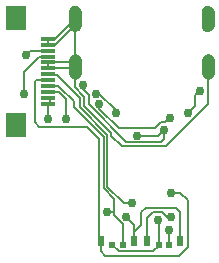
<source format=gbr>
G04 EAGLE Gerber RS-274X export*
G75*
%MOMM*%
%FSLAX34Y34*%
%LPD*%
%INTop Copper*%
%IPPOS*%
%AMOC8*
5,1,8,0,0,1.08239X$1,22.5*%
G01*
%ADD10C,1.108000*%
%ADD11R,1.300000X0.300000*%
%ADD12R,1.800000X2.000000*%
%ADD13R,0.600000X0.550000*%
%ADD14R,0.600000X0.900000*%
%ADD15C,0.152400*%
%ADD16C,0.756400*%

G36*
X59218Y193546D02*
X59218Y193546D01*
X59224Y193552D01*
X59229Y193549D01*
X60286Y193919D01*
X60290Y193926D01*
X60296Y193923D01*
X61244Y194519D01*
X61247Y194527D01*
X61252Y194526D01*
X62044Y195318D01*
X62045Y195326D01*
X62051Y195326D01*
X62647Y196274D01*
X62646Y196283D01*
X62651Y196284D01*
X63021Y197341D01*
X63020Y197345D01*
X63022Y197347D01*
X63020Y197350D01*
X63024Y197352D01*
X63149Y198465D01*
X63147Y198468D01*
X63149Y198470D01*
X63149Y210470D01*
X63147Y210473D01*
X63149Y210476D01*
X63024Y211588D01*
X63018Y211594D01*
X63021Y211599D01*
X62651Y212656D01*
X62645Y212660D01*
X62647Y212666D01*
X62051Y213614D01*
X62043Y213617D01*
X62044Y213622D01*
X61252Y214414D01*
X61244Y214415D01*
X61244Y214421D01*
X60296Y215017D01*
X60287Y215016D01*
X60286Y215021D01*
X59229Y215391D01*
X59221Y215389D01*
X59218Y215394D01*
X58106Y215519D01*
X58098Y215515D01*
X58095Y215519D01*
X56982Y215394D01*
X56976Y215388D01*
X56971Y215391D01*
X55914Y215021D01*
X55910Y215015D01*
X55904Y215017D01*
X54956Y214421D01*
X54953Y214413D01*
X54948Y214414D01*
X54156Y213622D01*
X54155Y213614D01*
X54149Y213614D01*
X53553Y212666D01*
X53554Y212657D01*
X53549Y212656D01*
X53179Y211599D01*
X53181Y211591D01*
X53176Y211588D01*
X53051Y210476D01*
X53053Y210472D01*
X53051Y210470D01*
X53051Y198470D01*
X53053Y198467D01*
X53051Y198465D01*
X53176Y197352D01*
X53182Y197346D01*
X53179Y197341D01*
X53549Y196284D01*
X53556Y196280D01*
X53553Y196274D01*
X54149Y195326D01*
X54157Y195323D01*
X54156Y195318D01*
X54948Y194526D01*
X54956Y194525D01*
X54956Y194519D01*
X55904Y193923D01*
X55913Y193924D01*
X55914Y193919D01*
X56971Y193549D01*
X56979Y193551D01*
X56982Y193546D01*
X58095Y193421D01*
X58102Y193425D01*
X58106Y193421D01*
X59218Y193546D01*
G37*
G36*
X171618Y193546D02*
X171618Y193546D01*
X171624Y193552D01*
X171629Y193549D01*
X172686Y193919D01*
X172690Y193926D01*
X172696Y193923D01*
X173644Y194519D01*
X173647Y194527D01*
X173652Y194526D01*
X174444Y195318D01*
X174445Y195326D01*
X174451Y195326D01*
X175047Y196274D01*
X175046Y196283D01*
X175051Y196284D01*
X175421Y197341D01*
X175420Y197345D01*
X175422Y197347D01*
X175420Y197350D01*
X175424Y197352D01*
X175549Y198465D01*
X175547Y198468D01*
X175549Y198470D01*
X175549Y210470D01*
X175547Y210473D01*
X175549Y210476D01*
X175424Y211588D01*
X175418Y211594D01*
X175421Y211599D01*
X175051Y212656D01*
X175045Y212660D01*
X175047Y212666D01*
X174451Y213614D01*
X174443Y213617D01*
X174444Y213622D01*
X173652Y214414D01*
X173644Y214415D01*
X173644Y214421D01*
X172696Y215017D01*
X172687Y215016D01*
X172686Y215021D01*
X171629Y215391D01*
X171621Y215389D01*
X171618Y215394D01*
X170506Y215519D01*
X170498Y215515D01*
X170495Y215519D01*
X169382Y215394D01*
X169376Y215388D01*
X169371Y215391D01*
X168314Y215021D01*
X168310Y215015D01*
X168304Y215017D01*
X167356Y214421D01*
X167353Y214413D01*
X167348Y214414D01*
X166556Y213622D01*
X166555Y213614D01*
X166549Y213614D01*
X165953Y212666D01*
X165954Y212657D01*
X165949Y212656D01*
X165579Y211599D01*
X165581Y211591D01*
X165576Y211588D01*
X165451Y210476D01*
X165453Y210472D01*
X165451Y210470D01*
X165451Y198470D01*
X165453Y198467D01*
X165451Y198465D01*
X165576Y197352D01*
X165582Y197346D01*
X165579Y197341D01*
X165949Y196284D01*
X165956Y196280D01*
X165953Y196274D01*
X166549Y195326D01*
X166557Y195323D01*
X166556Y195318D01*
X167348Y194526D01*
X167356Y194525D01*
X167356Y194519D01*
X168304Y193923D01*
X168313Y193924D01*
X168314Y193919D01*
X169371Y193549D01*
X169379Y193551D01*
X169382Y193546D01*
X170495Y193421D01*
X170502Y193425D01*
X170506Y193421D01*
X171618Y193546D01*
G37*
G36*
X59218Y155546D02*
X59218Y155546D01*
X59224Y155552D01*
X59229Y155549D01*
X60286Y155919D01*
X60290Y155926D01*
X60296Y155923D01*
X61244Y156519D01*
X61247Y156527D01*
X61252Y156526D01*
X62044Y157318D01*
X62045Y157326D01*
X62051Y157326D01*
X62647Y158274D01*
X62646Y158283D01*
X62651Y158284D01*
X63021Y159341D01*
X63020Y159345D01*
X63022Y159347D01*
X63020Y159350D01*
X63024Y159352D01*
X63149Y160465D01*
X63147Y160468D01*
X63149Y160470D01*
X63149Y168470D01*
X63147Y168473D01*
X63149Y168476D01*
X63024Y169588D01*
X63018Y169594D01*
X63021Y169599D01*
X62651Y170656D01*
X62645Y170660D01*
X62647Y170666D01*
X62051Y171614D01*
X62043Y171617D01*
X62044Y171622D01*
X61252Y172414D01*
X61244Y172415D01*
X61244Y172421D01*
X60296Y173017D01*
X60287Y173016D01*
X60286Y173021D01*
X59229Y173391D01*
X59221Y173389D01*
X59218Y173394D01*
X58106Y173519D01*
X58098Y173515D01*
X58095Y173519D01*
X56982Y173394D01*
X56976Y173388D01*
X56971Y173391D01*
X55914Y173021D01*
X55910Y173015D01*
X55904Y173017D01*
X54956Y172421D01*
X54953Y172413D01*
X54948Y172414D01*
X54156Y171622D01*
X54155Y171614D01*
X54149Y171614D01*
X53553Y170666D01*
X53554Y170657D01*
X53549Y170656D01*
X53179Y169599D01*
X53181Y169591D01*
X53176Y169588D01*
X53051Y168476D01*
X53053Y168472D01*
X53051Y168470D01*
X53051Y160470D01*
X53053Y160467D01*
X53051Y160465D01*
X53176Y159352D01*
X53182Y159346D01*
X53179Y159341D01*
X53549Y158284D01*
X53556Y158280D01*
X53553Y158274D01*
X54149Y157326D01*
X54157Y157323D01*
X54156Y157318D01*
X54948Y156526D01*
X54956Y156525D01*
X54956Y156519D01*
X55904Y155923D01*
X55913Y155924D01*
X55914Y155919D01*
X56971Y155549D01*
X56979Y155551D01*
X56982Y155546D01*
X58095Y155421D01*
X58102Y155425D01*
X58106Y155421D01*
X59218Y155546D01*
G37*
G36*
X171618Y155546D02*
X171618Y155546D01*
X171624Y155552D01*
X171629Y155549D01*
X172686Y155919D01*
X172690Y155926D01*
X172696Y155923D01*
X173644Y156519D01*
X173647Y156527D01*
X173652Y156526D01*
X174444Y157318D01*
X174445Y157326D01*
X174451Y157326D01*
X175047Y158274D01*
X175046Y158283D01*
X175051Y158284D01*
X175421Y159341D01*
X175420Y159345D01*
X175422Y159347D01*
X175420Y159350D01*
X175424Y159352D01*
X175549Y160465D01*
X175547Y160468D01*
X175549Y160470D01*
X175549Y168470D01*
X175547Y168473D01*
X175549Y168476D01*
X175424Y169588D01*
X175418Y169594D01*
X175421Y169599D01*
X175051Y170656D01*
X175045Y170660D01*
X175047Y170666D01*
X174451Y171614D01*
X174443Y171617D01*
X174444Y171622D01*
X173652Y172414D01*
X173644Y172415D01*
X173644Y172421D01*
X172696Y173017D01*
X172687Y173016D01*
X172686Y173021D01*
X171629Y173391D01*
X171621Y173389D01*
X171618Y173394D01*
X170506Y173519D01*
X170498Y173515D01*
X170495Y173519D01*
X169382Y173394D01*
X169376Y173388D01*
X169371Y173391D01*
X168314Y173021D01*
X168310Y173015D01*
X168304Y173017D01*
X167356Y172421D01*
X167353Y172413D01*
X167348Y172414D01*
X166556Y171622D01*
X166555Y171614D01*
X166549Y171614D01*
X165953Y170666D01*
X165954Y170657D01*
X165949Y170656D01*
X165579Y169599D01*
X165581Y169591D01*
X165576Y169588D01*
X165451Y168476D01*
X165453Y168472D01*
X165451Y168470D01*
X165451Y160470D01*
X165453Y160467D01*
X165451Y160465D01*
X165576Y159352D01*
X165582Y159346D01*
X165579Y159341D01*
X165949Y158284D01*
X165956Y158280D01*
X165953Y158274D01*
X166549Y157326D01*
X166557Y157323D01*
X166556Y157318D01*
X167348Y156526D01*
X167356Y156525D01*
X167356Y156519D01*
X168304Y155923D01*
X168313Y155924D01*
X168314Y155919D01*
X169371Y155549D01*
X169379Y155551D01*
X169382Y155546D01*
X170495Y155421D01*
X170502Y155425D01*
X170506Y155421D01*
X171618Y155546D01*
G37*
D10*
X58100Y198930D02*
X58100Y210010D01*
X170500Y170010D02*
X170500Y158930D01*
X58100Y158930D02*
X58100Y170010D01*
X170500Y198930D02*
X170500Y210010D01*
D11*
X35560Y187520D03*
X35560Y182520D03*
X35560Y177520D03*
X35560Y172520D03*
X35560Y167520D03*
X35560Y162520D03*
X35560Y157520D03*
X35560Y152520D03*
X35560Y147520D03*
X35560Y142520D03*
X35560Y137520D03*
X35560Y132520D03*
D12*
X8060Y114520D03*
X8060Y205520D03*
D13*
X98480Y13260D03*
X89480Y13260D03*
D14*
X107980Y16510D03*
X79980Y16510D03*
D13*
X137850Y13260D03*
X128850Y13260D03*
D14*
X147350Y16510D03*
X119350Y16510D03*
D15*
X36576Y163068D02*
X35560Y162520D01*
X35560Y182520D02*
X36576Y182880D01*
X36576Y187452D02*
X35560Y187520D01*
X36576Y167640D02*
X35560Y167520D01*
X88900Y105410D02*
X97790Y96520D01*
X88900Y105410D02*
X88900Y107950D01*
X66040Y130810D01*
X66040Y138430D01*
X97790Y96520D02*
X134874Y96520D01*
X170688Y132334D01*
X170688Y163068D01*
X170500Y164470D01*
X58100Y199390D02*
X58100Y204470D01*
X58100Y199390D02*
X58100Y164470D01*
X35560Y182520D02*
X35560Y187520D01*
X35560Y167520D02*
X35560Y162520D01*
X35560Y167520D02*
X55050Y167520D01*
X58100Y164470D01*
X56150Y162520D02*
X35560Y162520D01*
X56150Y162520D02*
X58100Y164470D01*
X41150Y187520D02*
X35560Y187520D01*
X41150Y187520D02*
X58100Y204470D01*
X41230Y182520D02*
X35560Y182520D01*
X41230Y182520D02*
X58100Y199390D01*
X58100Y164470D02*
X58100Y146370D01*
X66040Y138430D01*
X35560Y177520D02*
X20040Y177520D01*
X16510Y173990D01*
D16*
X16510Y173990D03*
X64770Y148590D03*
D15*
X133350Y110490D02*
X133350Y102870D01*
X130810Y100330D01*
X101600Y100330D01*
X64770Y144780D02*
X64770Y148590D01*
X69850Y132080D02*
X101600Y100330D01*
X69850Y132080D02*
X69850Y139700D01*
X64770Y144780D01*
D16*
X133350Y110490D03*
X110490Y105410D03*
D15*
X128270Y105410D01*
X133350Y110490D01*
X35560Y172520D02*
X27940Y172520D01*
X15240Y159820D01*
D16*
X15240Y140970D03*
D15*
X15240Y159820D01*
D16*
X76200Y140970D03*
D15*
X78740Y140970D01*
X92710Y127000D02*
X92710Y124460D01*
X92710Y127000D02*
X78740Y140970D01*
D16*
X92710Y124460D03*
D15*
X62230Y137414D02*
X42672Y156972D01*
X62230Y137414D02*
X62230Y129540D01*
X42672Y156972D02*
X36576Y156972D01*
X35560Y157520D01*
X85344Y106426D02*
X85344Y62484D01*
X85344Y106426D02*
X62230Y129540D01*
X89480Y13260D02*
X95120Y7620D01*
X124460Y7620D01*
X128850Y12010D01*
X128850Y13260D01*
X106680Y48260D02*
X99568Y48260D01*
D16*
X106680Y48260D03*
X128270Y34290D03*
D15*
X128850Y33710D01*
X128850Y13260D01*
X99568Y48260D02*
X85344Y62484D01*
X35560Y152520D02*
X25520Y152520D01*
X24130Y151130D01*
X24130Y116840D01*
X27940Y113030D01*
X68580Y113030D01*
X78740Y102870D01*
X78740Y17750D02*
X79980Y16510D01*
X78740Y17750D02*
X78740Y102870D01*
X79980Y7620D02*
X83790Y3810D01*
X79980Y7620D02*
X79980Y16510D01*
X146050Y3810D02*
X153670Y11430D01*
X153670Y50800D01*
X147320Y57150D01*
X139700Y57150D01*
D16*
X139700Y57150D03*
X139700Y36830D03*
D15*
X135890Y36830D01*
X132080Y40640D01*
X124460Y40640D01*
X119350Y35530D01*
X119350Y16510D01*
X146050Y3810D02*
X83790Y3810D01*
X91440Y51816D02*
X82296Y60960D01*
X44704Y147066D02*
X44704Y147828D01*
X44704Y147066D02*
X57150Y134620D01*
X57150Y129540D01*
X44704Y147828D02*
X36576Y147828D01*
X35560Y147520D01*
X82296Y104394D02*
X82296Y60960D01*
X82296Y104394D02*
X57150Y129540D01*
X91440Y51816D02*
X91440Y40640D01*
X91440Y38100D01*
X98480Y31060D02*
X98480Y13260D01*
X98480Y31060D02*
X91440Y38100D01*
D16*
X137850Y25980D03*
D15*
X137850Y13260D01*
D16*
X85090Y40640D03*
D15*
X91440Y40640D01*
X50800Y136398D02*
X44678Y142520D01*
X35560Y142520D01*
X50800Y136398D02*
X50800Y119888D01*
D16*
X50800Y119888D03*
X101600Y36830D03*
D15*
X108204Y30226D01*
X108204Y16734D01*
X107980Y16510D01*
X107980Y23899D01*
X114300Y40640D02*
X118110Y44450D01*
X114300Y30219D02*
X107980Y23899D01*
X114300Y30219D02*
X114300Y40640D01*
X118110Y44450D02*
X143510Y44450D01*
X147350Y40610D01*
X147350Y16510D01*
X36576Y132588D02*
X36576Y137160D01*
X36576Y132588D02*
X35560Y132520D01*
X36576Y137160D02*
X35560Y137520D01*
X35560Y132520D02*
X35560Y119380D01*
D16*
X35560Y119380D03*
X153897Y124687D03*
X163830Y143510D03*
D15*
X160020Y139700D01*
X160020Y130810D01*
X153897Y124687D01*
D16*
X138430Y120650D03*
D15*
X134620Y116840D01*
X130810Y116840D01*
X125730Y111760D01*
X95250Y111760D01*
X78740Y128270D02*
X78740Y132080D01*
X78740Y128270D02*
X95250Y111760D01*
D16*
X78740Y132080D03*
M02*

</source>
